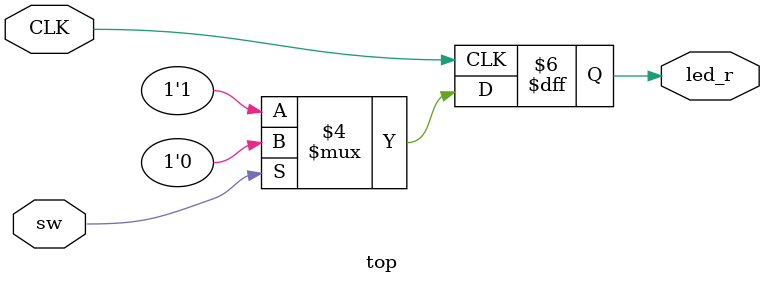
<source format=v>
`timescale 1ns / 1ps


module top(
    input   wire    CLK,
    input   wire    sw,
    output  reg     led_r
    //output  reg     led_g =1'b1
);
always @ (posedge CLK)
    begin
        if(sw == 0)
            begin
                led_r <= 1'b1;
                //led_g <= 1'b0;
            end
        else
            begin
                led_r <= 1'b0;
                //led_g <= 1'b1;
            end
    end
endmodule

//module led_top(
//output reg led_r=1'b1,
//output reg led_g
//);
//wire clk,rst_n;
//t9_1_wrapper t9_1_wrapper_0// ARM
//(
// .FCLK_CLK0(clk),
// .FCLK_RESET0_N(rst_n)
//);
//reg [31:0]cnt0;
//always@(posedge clk)begin
//    if(cnt0 == 32'd50_000_000 - 1 )begin
//        cnt0 <= 'd0;
//        led_r <= ~led_r;
//        led_g <= ~led_g;
//    end else begin
//        cnt0<=cnt0+1'd1;
//    end
//end
//endmodule


</source>
